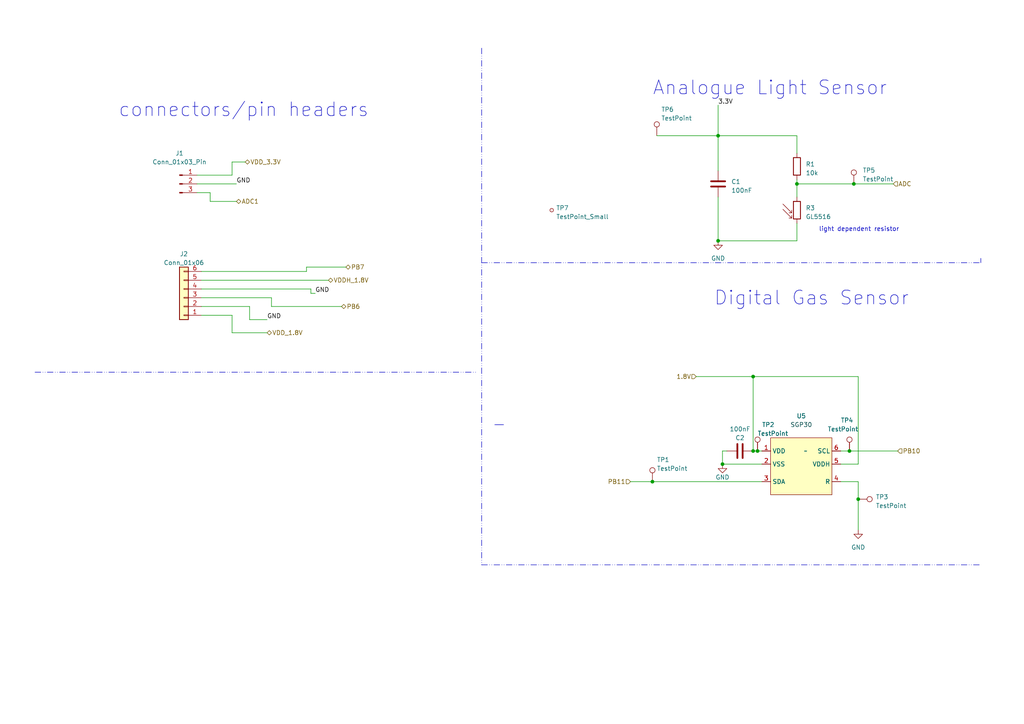
<source format=kicad_sch>
(kicad_sch (version 20230121) (generator eeschema)

  (uuid 93c14fc1-4b0d-432b-b04b-03d03ff35641)

  (paper "A4")

  (title_block
    (title "Mr Sarel Mehlape")
    (date "2023-03-13")
    (rev "05")
    (company "EEE3088F")
    (comment 1 "UNIVERSITY OF CAPE TOWN")
  )

  (lib_symbols
    (symbol "Connector:Conn_01x03_Pin" (pin_names (offset 1.016) hide) (in_bom yes) (on_board yes)
      (property "Reference" "J" (at 0 5.08 0)
        (effects (font (size 1.27 1.27)))
      )
      (property "Value" "Conn_01x03_Pin" (at 0 -5.08 0)
        (effects (font (size 1.27 1.27)))
      )
      (property "Footprint" "" (at 0 0 0)
        (effects (font (size 1.27 1.27)) hide)
      )
      (property "Datasheet" "~" (at 0 0 0)
        (effects (font (size 1.27 1.27)) hide)
      )
      (property "ki_locked" "" (at 0 0 0)
        (effects (font (size 1.27 1.27)))
      )
      (property "ki_keywords" "connector" (at 0 0 0)
        (effects (font (size 1.27 1.27)) hide)
      )
      (property "ki_description" "Generic connector, single row, 01x03, script generated" (at 0 0 0)
        (effects (font (size 1.27 1.27)) hide)
      )
      (property "ki_fp_filters" "Connector*:*_1x??_*" (at 0 0 0)
        (effects (font (size 1.27 1.27)) hide)
      )
      (symbol "Conn_01x03_Pin_1_1"
        (polyline
          (pts
            (xy 1.27 -2.54)
            (xy 0.8636 -2.54)
          )
          (stroke (width 0.1524) (type default))
          (fill (type none))
        )
        (polyline
          (pts
            (xy 1.27 0)
            (xy 0.8636 0)
          )
          (stroke (width 0.1524) (type default))
          (fill (type none))
        )
        (polyline
          (pts
            (xy 1.27 2.54)
            (xy 0.8636 2.54)
          )
          (stroke (width 0.1524) (type default))
          (fill (type none))
        )
        (rectangle (start 0.8636 -2.413) (end 0 -2.667)
          (stroke (width 0.1524) (type default))
          (fill (type outline))
        )
        (rectangle (start 0.8636 0.127) (end 0 -0.127)
          (stroke (width 0.1524) (type default))
          (fill (type outline))
        )
        (rectangle (start 0.8636 2.667) (end 0 2.413)
          (stroke (width 0.1524) (type default))
          (fill (type outline))
        )
        (pin passive line (at 5.08 2.54 180) (length 3.81)
          (name "Pin_1" (effects (font (size 1.27 1.27))))
          (number "1" (effects (font (size 1.27 1.27))))
        )
        (pin passive line (at 5.08 0 180) (length 3.81)
          (name "Pin_2" (effects (font (size 1.27 1.27))))
          (number "2" (effects (font (size 1.27 1.27))))
        )
        (pin passive line (at 5.08 -2.54 180) (length 3.81)
          (name "Pin_3" (effects (font (size 1.27 1.27))))
          (number "3" (effects (font (size 1.27 1.27))))
        )
      )
    )
    (symbol "Connector:TestPoint" (pin_numbers hide) (pin_names (offset 0.762) hide) (in_bom yes) (on_board yes)
      (property "Reference" "TP" (at 0 6.858 0)
        (effects (font (size 1.27 1.27)))
      )
      (property "Value" "TestPoint" (at 0 5.08 0)
        (effects (font (size 1.27 1.27)))
      )
      (property "Footprint" "" (at 5.08 0 0)
        (effects (font (size 1.27 1.27)) hide)
      )
      (property "Datasheet" "~" (at 5.08 0 0)
        (effects (font (size 1.27 1.27)) hide)
      )
      (property "ki_keywords" "test point tp" (at 0 0 0)
        (effects (font (size 1.27 1.27)) hide)
      )
      (property "ki_description" "test point" (at 0 0 0)
        (effects (font (size 1.27 1.27)) hide)
      )
      (property "ki_fp_filters" "Pin* Test*" (at 0 0 0)
        (effects (font (size 1.27 1.27)) hide)
      )
      (symbol "TestPoint_0_1"
        (circle (center 0 3.302) (radius 0.762)
          (stroke (width 0) (type default))
          (fill (type none))
        )
      )
      (symbol "TestPoint_1_1"
        (pin passive line (at 0 0 90) (length 2.54)
          (name "1" (effects (font (size 1.27 1.27))))
          (number "1" (effects (font (size 1.27 1.27))))
        )
      )
    )
    (symbol "Connector:TestPoint_Small" (pin_numbers hide) (pin_names (offset 0.762) hide) (in_bom yes) (on_board yes)
      (property "Reference" "TP" (at 0 3.81 0)
        (effects (font (size 1.27 1.27)))
      )
      (property "Value" "TestPoint_Small" (at 0 2.032 0)
        (effects (font (size 1.27 1.27)))
      )
      (property "Footprint" "" (at 5.08 0 0)
        (effects (font (size 1.27 1.27)) hide)
      )
      (property "Datasheet" "~" (at 5.08 0 0)
        (effects (font (size 1.27 1.27)) hide)
      )
      (property "ki_keywords" "test point tp" (at 0 0 0)
        (effects (font (size 1.27 1.27)) hide)
      )
      (property "ki_description" "test point" (at 0 0 0)
        (effects (font (size 1.27 1.27)) hide)
      )
      (property "ki_fp_filters" "Pin* Test*" (at 0 0 0)
        (effects (font (size 1.27 1.27)) hide)
      )
      (symbol "TestPoint_Small_0_1"
        (circle (center 0 0) (radius 0.508)
          (stroke (width 0) (type default))
          (fill (type none))
        )
      )
      (symbol "TestPoint_Small_1_1"
        (pin passive line (at 0 0 90) (length 0)
          (name "1" (effects (font (size 1.27 1.27))))
          (number "1" (effects (font (size 1.27 1.27))))
        )
      )
    )
    (symbol "Connector_Generic:Conn_01x06" (pin_names (offset 1.016) hide) (in_bom yes) (on_board yes)
      (property "Reference" "J" (at 0 7.62 0)
        (effects (font (size 1.27 1.27)))
      )
      (property "Value" "Conn_01x06" (at 0 -10.16 0)
        (effects (font (size 1.27 1.27)))
      )
      (property "Footprint" "" (at 0 0 0)
        (effects (font (size 1.27 1.27)) hide)
      )
      (property "Datasheet" "~" (at 0 0 0)
        (effects (font (size 1.27 1.27)) hide)
      )
      (property "ki_keywords" "connector" (at 0 0 0)
        (effects (font (size 1.27 1.27)) hide)
      )
      (property "ki_description" "Generic connector, single row, 01x06, script generated (kicad-library-utils/schlib/autogen/connector/)" (at 0 0 0)
        (effects (font (size 1.27 1.27)) hide)
      )
      (property "ki_fp_filters" "Connector*:*_1x??_*" (at 0 0 0)
        (effects (font (size 1.27 1.27)) hide)
      )
      (symbol "Conn_01x06_1_1"
        (rectangle (start -1.27 -7.493) (end 0 -7.747)
          (stroke (width 0.1524) (type default))
          (fill (type none))
        )
        (rectangle (start -1.27 -4.953) (end 0 -5.207)
          (stroke (width 0.1524) (type default))
          (fill (type none))
        )
        (rectangle (start -1.27 -2.413) (end 0 -2.667)
          (stroke (width 0.1524) (type default))
          (fill (type none))
        )
        (rectangle (start -1.27 0.127) (end 0 -0.127)
          (stroke (width 0.1524) (type default))
          (fill (type none))
        )
        (rectangle (start -1.27 2.667) (end 0 2.413)
          (stroke (width 0.1524) (type default))
          (fill (type none))
        )
        (rectangle (start -1.27 5.207) (end 0 4.953)
          (stroke (width 0.1524) (type default))
          (fill (type none))
        )
        (rectangle (start -1.27 6.35) (end 1.27 -8.89)
          (stroke (width 0.254) (type default))
          (fill (type background))
        )
        (pin passive line (at -5.08 5.08 0) (length 3.81)
          (name "Pin_1" (effects (font (size 1.27 1.27))))
          (number "1" (effects (font (size 1.27 1.27))))
        )
        (pin passive line (at -5.08 2.54 0) (length 3.81)
          (name "Pin_2" (effects (font (size 1.27 1.27))))
          (number "2" (effects (font (size 1.27 1.27))))
        )
        (pin passive line (at -5.08 0 0) (length 3.81)
          (name "Pin_3" (effects (font (size 1.27 1.27))))
          (number "3" (effects (font (size 1.27 1.27))))
        )
        (pin passive line (at -5.08 -2.54 0) (length 3.81)
          (name "Pin_4" (effects (font (size 1.27 1.27))))
          (number "4" (effects (font (size 1.27 1.27))))
        )
        (pin passive line (at -5.08 -5.08 0) (length 3.81)
          (name "Pin_5" (effects (font (size 1.27 1.27))))
          (number "5" (effects (font (size 1.27 1.27))))
        )
        (pin passive line (at -5.08 -7.62 0) (length 3.81)
          (name "Pin_6" (effects (font (size 1.27 1.27))))
          (number "6" (effects (font (size 1.27 1.27))))
        )
      )
    )
    (symbol "Device:C" (pin_numbers hide) (pin_names (offset 0.254)) (in_bom yes) (on_board yes)
      (property "Reference" "C" (at 0.635 2.54 0)
        (effects (font (size 1.27 1.27)) (justify left))
      )
      (property "Value" "C" (at 0.635 -2.54 0)
        (effects (font (size 1.27 1.27)) (justify left))
      )
      (property "Footprint" "" (at 0.9652 -3.81 0)
        (effects (font (size 1.27 1.27)) hide)
      )
      (property "Datasheet" "~" (at 0 0 0)
        (effects (font (size 1.27 1.27)) hide)
      )
      (property "ki_keywords" "cap capacitor" (at 0 0 0)
        (effects (font (size 1.27 1.27)) hide)
      )
      (property "ki_description" "Unpolarized capacitor" (at 0 0 0)
        (effects (font (size 1.27 1.27)) hide)
      )
      (property "ki_fp_filters" "C_*" (at 0 0 0)
        (effects (font (size 1.27 1.27)) hide)
      )
      (symbol "C_0_1"
        (polyline
          (pts
            (xy -2.032 -0.762)
            (xy 2.032 -0.762)
          )
          (stroke (width 0.508) (type default))
          (fill (type none))
        )
        (polyline
          (pts
            (xy -2.032 0.762)
            (xy 2.032 0.762)
          )
          (stroke (width 0.508) (type default))
          (fill (type none))
        )
      )
      (symbol "C_1_1"
        (pin passive line (at 0 3.81 270) (length 2.794)
          (name "~" (effects (font (size 1.27 1.27))))
          (number "1" (effects (font (size 1.27 1.27))))
        )
        (pin passive line (at 0 -3.81 90) (length 2.794)
          (name "~" (effects (font (size 1.27 1.27))))
          (number "2" (effects (font (size 1.27 1.27))))
        )
      )
    )
    (symbol "Device:R" (pin_numbers hide) (pin_names (offset 0)) (in_bom yes) (on_board yes)
      (property "Reference" "R" (at 2.032 0 90)
        (effects (font (size 1.27 1.27)))
      )
      (property "Value" "R" (at 0 0 90)
        (effects (font (size 1.27 1.27)))
      )
      (property "Footprint" "" (at -1.778 0 90)
        (effects (font (size 1.27 1.27)) hide)
      )
      (property "Datasheet" "~" (at 0 0 0)
        (effects (font (size 1.27 1.27)) hide)
      )
      (property "ki_keywords" "R res resistor" (at 0 0 0)
        (effects (font (size 1.27 1.27)) hide)
      )
      (property "ki_description" "Resistor" (at 0 0 0)
        (effects (font (size 1.27 1.27)) hide)
      )
      (property "ki_fp_filters" "R_*" (at 0 0 0)
        (effects (font (size 1.27 1.27)) hide)
      )
      (symbol "R_0_1"
        (rectangle (start -1.016 -2.54) (end 1.016 2.54)
          (stroke (width 0.254) (type default))
          (fill (type none))
        )
      )
      (symbol "R_1_1"
        (pin passive line (at 0 3.81 270) (length 1.27)
          (name "~" (effects (font (size 1.27 1.27))))
          (number "1" (effects (font (size 1.27 1.27))))
        )
        (pin passive line (at 0 -3.81 90) (length 1.27)
          (name "~" (effects (font (size 1.27 1.27))))
          (number "2" (effects (font (size 1.27 1.27))))
        )
      )
    )
    (symbol "Device:R_Photo" (pin_numbers hide) (pin_names (offset 0)) (in_bom yes) (on_board yes)
      (property "Reference" "R" (at 1.27 1.27 0)
        (effects (font (size 1.27 1.27)) (justify left))
      )
      (property "Value" "R_Photo" (at 1.27 0 0)
        (effects (font (size 1.27 1.27)) (justify left top))
      )
      (property "Footprint" "" (at 1.27 -6.35 90)
        (effects (font (size 1.27 1.27)) (justify left) hide)
      )
      (property "Datasheet" "~" (at 0 -1.27 0)
        (effects (font (size 1.27 1.27)) hide)
      )
      (property "ki_keywords" "resistor variable light sensitive opto LDR" (at 0 0 0)
        (effects (font (size 1.27 1.27)) hide)
      )
      (property "ki_description" "Photoresistor" (at 0 0 0)
        (effects (font (size 1.27 1.27)) hide)
      )
      (property "ki_fp_filters" "*LDR* R?LDR*" (at 0 0 0)
        (effects (font (size 1.27 1.27)) hide)
      )
      (symbol "R_Photo_0_1"
        (rectangle (start -1.016 2.54) (end 1.016 -2.54)
          (stroke (width 0.254) (type default))
          (fill (type none))
        )
        (polyline
          (pts
            (xy -1.524 -2.286)
            (xy -4.064 0.254)
          )
          (stroke (width 0) (type default))
          (fill (type none))
        )
        (polyline
          (pts
            (xy -1.524 -2.286)
            (xy -2.286 -2.286)
          )
          (stroke (width 0) (type default))
          (fill (type none))
        )
        (polyline
          (pts
            (xy -1.524 -2.286)
            (xy -1.524 -1.524)
          )
          (stroke (width 0) (type default))
          (fill (type none))
        )
        (polyline
          (pts
            (xy -1.524 -0.762)
            (xy -4.064 1.778)
          )
          (stroke (width 0) (type default))
          (fill (type none))
        )
        (polyline
          (pts
            (xy -1.524 -0.762)
            (xy -2.286 -0.762)
          )
          (stroke (width 0) (type default))
          (fill (type none))
        )
        (polyline
          (pts
            (xy -1.524 -0.762)
            (xy -1.524 0)
          )
          (stroke (width 0) (type default))
          (fill (type none))
        )
      )
      (symbol "R_Photo_1_1"
        (pin passive line (at 0 3.81 270) (length 1.27)
          (name "~" (effects (font (size 1.27 1.27))))
          (number "1" (effects (font (size 1.27 1.27))))
        )
        (pin passive line (at 0 -3.81 90) (length 1.27)
          (name "~" (effects (font (size 1.27 1.27))))
          (number "2" (effects (font (size 1.27 1.27))))
        )
      )
    )
    (symbol "SGP30_3" (in_bom yes) (on_board yes)
      (property "Reference" "U2" (at -1.27 5.08 0)
        (effects (font (size 1.27 1.27)))
      )
      (property "Value" "" (at 0 0 0)
        (effects (font (size 1.27 1.27)))
      )
      (property "Footprint" "" (at 0 0 0)
        (effects (font (size 1.27 1.27)) hide)
      )
      (property "Datasheet" "" (at 0 0 0)
        (effects (font (size 1.27 1.27)) hide)
      )
      (symbol "SGP30_3_0_1"
        (rectangle (start -10.16 3.81) (end 7.62 -12.7)
          (stroke (width 0) (type default))
          (fill (type background))
        )
        (text "SGP30" (at -1.27 7.62 0)
          (effects (font (size 1.27 1.27) (color 0 72 72 1)))
        )
      )
      (symbol "SGP30_3_1_1"
        (pin input line (at -12.7 0 0) (length 2.54)
          (name "VDD" (effects (font (size 1.27 1.27))))
          (number "1" (effects (font (size 1.27 1.27))))
        )
        (pin input line (at -12.7 -3.81 0) (length 2.54)
          (name "VSS" (effects (font (size 1.27 1.27))))
          (number "2" (effects (font (size 1.27 1.27))))
        )
        (pin output line (at -12.7 -8.89 0) (length 2.54)
          (name "SDA" (effects (font (size 1.27 1.27))))
          (number "3" (effects (font (size 1.27 1.27))))
        )
        (pin input line (at 10.16 -8.89 180) (length 2.54)
          (name "R" (effects (font (size 1.27 1.27))))
          (number "4" (effects (font (size 1.27 1.27))))
        )
        (pin input line (at 10.16 -3.81 180) (length 2.54)
          (name "VDDH" (effects (font (size 1.27 1.27))))
          (number "5" (effects (font (size 1.27 1.27))))
        )
        (pin output line (at 10.16 0 180) (length 2.54)
          (name "SCL" (effects (font (size 1.27 1.27))))
          (number "6" (effects (font (size 1.27 1.27))))
        )
      )
    )
    (symbol "power:GND" (power) (pin_names (offset 0)) (in_bom yes) (on_board yes)
      (property "Reference" "#PWR" (at 0 -6.35 0)
        (effects (font (size 1.27 1.27)) hide)
      )
      (property "Value" "GND" (at 0 -3.81 0)
        (effects (font (size 1.27 1.27)))
      )
      (property "Footprint" "" (at 0 0 0)
        (effects (font (size 1.27 1.27)) hide)
      )
      (property "Datasheet" "" (at 0 0 0)
        (effects (font (size 1.27 1.27)) hide)
      )
      (property "ki_keywords" "global power" (at 0 0 0)
        (effects (font (size 1.27 1.27)) hide)
      )
      (property "ki_description" "Power symbol creates a global label with name \"GND\" , ground" (at 0 0 0)
        (effects (font (size 1.27 1.27)) hide)
      )
      (symbol "GND_0_1"
        (polyline
          (pts
            (xy 0 0)
            (xy 0 -1.27)
            (xy 1.27 -1.27)
            (xy 0 -2.54)
            (xy -1.27 -1.27)
            (xy 0 -1.27)
          )
          (stroke (width 0) (type default))
          (fill (type none))
        )
      )
      (symbol "GND_1_1"
        (pin power_in line (at 0 0 270) (length 0) hide
          (name "GND" (effects (font (size 1.27 1.27))))
          (number "1" (effects (font (size 1.27 1.27))))
        )
      )
    )
  )

  (junction (at 189.23 139.7) (diameter 0) (color 0 0 0 0)
    (uuid 0693a451-54ca-48cc-a327-d86d8e2e00ea)
  )
  (junction (at 219.71 130.81) (diameter 0) (color 0 0 0 0)
    (uuid 0c91df27-ea1d-4291-8922-54a6ff95721e)
  )
  (junction (at 209.55 134.62) (diameter 0) (color 0 0 0 0)
    (uuid 59849c9a-9072-406e-9b80-3edda29e4751)
  )
  (junction (at 231.14 53.34) (diameter 0) (color 0 0 0 0)
    (uuid 8197cebc-af34-43d4-9160-36a161d39680)
  )
  (junction (at 247.65 53.34) (diameter 0) (color 0 0 0 0)
    (uuid 894b7975-dcb4-4666-9a05-78080c4d2511)
  )
  (junction (at 208.28 69.85) (diameter 0) (color 0 0 0 0)
    (uuid b5405ed8-69fd-4d3c-ab8e-533779c08c18)
  )
  (junction (at 218.44 130.81) (diameter 0) (color 0 0 0 0)
    (uuid bbdabfcd-f603-424d-8cc5-203c2c10a537)
  )
  (junction (at 248.92 144.78) (diameter 0) (color 0 0 0 0)
    (uuid beb642f6-795c-4ef4-8ace-ddcf787d8be8)
  )
  (junction (at 218.44 109.22) (diameter 0) (color 0 0 0 0)
    (uuid c991fa2a-b5d0-48eb-b293-4702aa3f83ea)
  )
  (junction (at 208.28 39.37) (diameter 0) (color 0 0 0 0)
    (uuid d1f9c356-5781-4a24-a1ff-e7c1a4469766)
  )
  (junction (at 246.38 130.81) (diameter 0) (color 0 0 0 0)
    (uuid ed9cf2d8-84cf-4a34-b4e0-aa5e515c75b1)
  )

  (wire (pts (xy 58.42 91.44) (xy 67.31 91.44))
    (stroke (width 0) (type default))
    (uuid 083c1c46-0cbe-494d-bd6a-e9879e94a082)
  )
  (wire (pts (xy 218.44 109.22) (xy 248.92 109.22))
    (stroke (width 0) (type default))
    (uuid 0f95d256-dd99-408e-9997-72a266712ac3)
  )
  (wire (pts (xy 72.39 92.71) (xy 77.47 92.71))
    (stroke (width 0) (type default))
    (uuid 117c3f0c-8162-4483-8cb3-89044fd0e0a3)
  )
  (wire (pts (xy 189.23 139.7) (xy 220.98 139.7))
    (stroke (width 0) (type default))
    (uuid 1299212a-b438-4333-8c13-05457de3dffc)
  )
  (wire (pts (xy 90.17 85.09) (xy 90.17 83.82))
    (stroke (width 0) (type default))
    (uuid 15d16f87-5b12-4380-abf3-25d2369a397a)
  )
  (wire (pts (xy 60.96 55.88) (xy 60.96 58.42))
    (stroke (width 0) (type default))
    (uuid 1ab9491b-d0c6-4189-a5a1-c66aad089de2)
  )
  (wire (pts (xy 90.17 85.09) (xy 91.44 85.09))
    (stroke (width 0) (type default))
    (uuid 1ef7278d-a1cb-41e6-a95c-43af539e436a)
  )
  (wire (pts (xy 209.55 130.81) (xy 209.55 134.62))
    (stroke (width 0) (type default))
    (uuid 20640ae8-a5be-4a2e-b623-600e7ed69e04)
  )
  (wire (pts (xy 190.5 39.37) (xy 208.28 39.37))
    (stroke (width 0) (type default))
    (uuid 208eb493-e748-49f5-92ca-06a9c761afcc)
  )
  (wire (pts (xy 243.84 139.7) (xy 248.92 139.7))
    (stroke (width 0) (type default))
    (uuid 301efa1b-1dca-4740-9bf7-55d17ceb8ca6)
  )
  (polyline (pts (xy 139.7 163.83) (xy 284.48 163.83))
    (stroke (width 0) (type dash_dot_dot))
    (uuid 3a79585b-b0ed-4db9-ab8d-967024081593)
  )

  (wire (pts (xy 182.88 139.7) (xy 189.23 139.7))
    (stroke (width 0) (type default))
    (uuid 40cde892-11e8-4d6b-bb00-899fa3e17927)
  )
  (wire (pts (xy 208.28 39.37) (xy 208.28 49.53))
    (stroke (width 0) (type default))
    (uuid 41a076a5-bf18-4927-bd72-377710e2717c)
  )
  (wire (pts (xy 248.92 134.62) (xy 243.84 134.62))
    (stroke (width 0) (type default))
    (uuid 437852e2-2e61-4360-a53e-5a1627352a68)
  )
  (wire (pts (xy 78.74 88.9) (xy 78.74 86.36))
    (stroke (width 0) (type default))
    (uuid 448a1154-f460-4f4d-bd1b-5b7f90a1db39)
  )
  (wire (pts (xy 58.42 78.74) (xy 88.9 78.74))
    (stroke (width 0) (type default))
    (uuid 48b5f770-947a-4851-810e-e101303a3d5a)
  )
  (wire (pts (xy 67.31 96.52) (xy 77.47 96.52))
    (stroke (width 0) (type default))
    (uuid 4e846ca2-a3f7-460b-ae7f-efba0bba586d)
  )
  (wire (pts (xy 231.14 69.85) (xy 208.28 69.85))
    (stroke (width 0) (type default))
    (uuid 5a5cb952-90b3-4538-9c44-29ab6763e28b)
  )
  (wire (pts (xy 231.14 52.07) (xy 231.14 53.34))
    (stroke (width 0) (type default))
    (uuid 61a7da80-b4ae-4a46-beb3-726b00c18f91)
  )
  (wire (pts (xy 209.55 134.62) (xy 220.98 134.62))
    (stroke (width 0) (type default))
    (uuid 623ae35b-2a7f-484a-a2e0-b55becc4a93b)
  )
  (wire (pts (xy 248.92 144.78) (xy 248.92 139.7))
    (stroke (width 0) (type default))
    (uuid 675c3532-bad5-4832-a174-0762e8052538)
  )
  (wire (pts (xy 208.28 30.48) (xy 208.28 39.37))
    (stroke (width 0) (type default))
    (uuid 6918df08-89f1-481e-b054-438025295780)
  )
  (wire (pts (xy 67.31 50.8) (xy 57.15 50.8))
    (stroke (width 0) (type default))
    (uuid 69a445d1-f0c5-40ee-88bc-f8536f5ce8e5)
  )
  (wire (pts (xy 58.42 86.36) (xy 78.74 86.36))
    (stroke (width 0) (type default))
    (uuid 72f37b39-5025-42d4-867b-809073ad0ad4)
  )
  (wire (pts (xy 57.15 55.88) (xy 60.96 55.88))
    (stroke (width 0) (type default))
    (uuid 7864efe6-2c73-4281-8e5f-00c4476d9a46)
  )
  (wire (pts (xy 218.44 109.22) (xy 218.44 130.81))
    (stroke (width 0) (type default))
    (uuid 826ce5f5-ba86-4e71-a972-eedda6c0a079)
  )
  (wire (pts (xy 88.9 77.47) (xy 88.9 78.74))
    (stroke (width 0) (type default))
    (uuid 830e0087-1946-474a-b637-348309e67548)
  )
  (polyline (pts (xy 284.48 74.93) (xy 284.48 76.2))
    (stroke (width 0) (type default))
    (uuid 83727331-3743-4603-9185-21d81bea7b10)
  )

  (wire (pts (xy 248.92 134.62) (xy 248.92 109.22))
    (stroke (width 0) (type default))
    (uuid 85736d48-df84-4bfb-aaf1-d46c26724833)
  )
  (polyline (pts (xy 143.51 123.19) (xy 146.05 123.19))
    (stroke (width 0) (type default))
    (uuid 86d01d8d-37af-4597-9987-747cfe283f2e)
  )

  (wire (pts (xy 72.39 88.9) (xy 72.39 92.71))
    (stroke (width 0) (type default))
    (uuid 87e4440c-c9b4-46a1-a0c8-5445cf334fda)
  )
  (wire (pts (xy 88.9 77.47) (xy 100.33 77.47))
    (stroke (width 0) (type default))
    (uuid 8dd49a65-30dc-4f18-a07e-4ef3d877ef89)
  )
  (polyline (pts (xy 139.7 76.2) (xy 284.48 76.2))
    (stroke (width 0) (type dash_dot_dot))
    (uuid 90512752-3c99-4d32-b288-e2a76bbea101)
  )

  (wire (pts (xy 243.84 130.81) (xy 246.38 130.81))
    (stroke (width 0) (type default))
    (uuid 9416ff9d-90f6-46cb-88fc-5b30950fa512)
  )
  (wire (pts (xy 231.14 53.34) (xy 247.65 53.34))
    (stroke (width 0) (type default))
    (uuid 97cd84e6-eee7-4dc2-9254-e84020c2c834)
  )
  (wire (pts (xy 67.31 91.44) (xy 67.31 96.52))
    (stroke (width 0) (type default))
    (uuid a93c5959-5c4d-4ac5-87bb-c7a329727f17)
  )
  (polyline (pts (xy 10.16 107.95) (xy 138.43 107.95))
    (stroke (width 0) (type dash_dot_dot))
    (uuid aff128bd-3ec4-44d4-90e6-28cdd41f83bb)
  )

  (wire (pts (xy 58.42 88.9) (xy 72.39 88.9))
    (stroke (width 0) (type default))
    (uuid b6b040f5-d1f2-4611-80ad-5a3406fd92bf)
  )
  (wire (pts (xy 231.14 53.34) (xy 231.14 57.15))
    (stroke (width 0) (type default))
    (uuid bdb69f9a-d115-45fe-8187-c80ca242168a)
  )
  (wire (pts (xy 67.31 46.99) (xy 67.31 50.8))
    (stroke (width 0) (type default))
    (uuid bed6adfd-ce0b-4821-8161-7d9a8e39ff9e)
  )
  (wire (pts (xy 60.96 58.42) (xy 68.58 58.42))
    (stroke (width 0) (type default))
    (uuid c050e772-1b24-44b5-b5e9-628c6727ee0d)
  )
  (wire (pts (xy 231.14 39.37) (xy 231.14 44.45))
    (stroke (width 0) (type default))
    (uuid c80689d5-2c57-4c0e-955b-8923ba6d993e)
  )
  (wire (pts (xy 219.71 130.81) (xy 220.98 130.81))
    (stroke (width 0) (type default))
    (uuid c9e68da4-9c84-46e6-9db7-66fc10732a3f)
  )
  (wire (pts (xy 209.55 130.81) (xy 210.82 130.81))
    (stroke (width 0) (type default))
    (uuid ccd21831-2913-4e10-a4dd-fdd3fffc6987)
  )
  (polyline (pts (xy 139.7 13.97) (xy 139.7 163.83))
    (stroke (width 0) (type dash_dot_dot))
    (uuid ccffd8c7-54ee-44c3-895b-fe90b6fe5145)
  )

  (wire (pts (xy 248.92 153.67) (xy 248.92 144.78))
    (stroke (width 0) (type default))
    (uuid d669cd1e-7587-4b4b-9705-3f33bcce33a7)
  )
  (wire (pts (xy 208.28 57.15) (xy 208.28 69.85))
    (stroke (width 0) (type default))
    (uuid d80cb7c0-a8ab-4a4a-b6ff-a468a63569d9)
  )
  (wire (pts (xy 208.28 39.37) (xy 231.14 39.37))
    (stroke (width 0) (type default))
    (uuid de634848-ca4d-4ee7-a15a-be9ee2ad3905)
  )
  (wire (pts (xy 58.42 81.28) (xy 95.25 81.28))
    (stroke (width 0) (type default))
    (uuid e58dc893-1350-422d-9ced-5032a7ce3ad2)
  )
  (wire (pts (xy 90.17 83.82) (xy 58.42 83.82))
    (stroke (width 0) (type default))
    (uuid e6a3ae2f-6a03-4531-a02a-8144a44e4965)
  )
  (wire (pts (xy 201.93 109.22) (xy 218.44 109.22))
    (stroke (width 0) (type default))
    (uuid e73a88e8-accd-4daa-8cfe-a08baf8a05ae)
  )
  (wire (pts (xy 218.44 130.81) (xy 219.71 130.81))
    (stroke (width 0) (type default))
    (uuid ee72c2f9-a6ed-4fca-9b82-32c76f10013f)
  )
  (wire (pts (xy 231.14 64.77) (xy 231.14 69.85))
    (stroke (width 0) (type default))
    (uuid f2a1ed6a-9478-4725-9542-ae2936fe0363)
  )
  (wire (pts (xy 246.38 130.81) (xy 260.35 130.81))
    (stroke (width 0) (type default))
    (uuid f3b06ac3-8394-4b8a-8612-f56017750957)
  )
  (wire (pts (xy 78.74 88.9) (xy 99.06 88.9))
    (stroke (width 0) (type default))
    (uuid f3cbd535-80db-4a22-8e87-b65c216de77d)
  )
  (wire (pts (xy 57.15 53.34) (xy 68.58 53.34))
    (stroke (width 0) (type default))
    (uuid f55e29c1-10da-4b1a-91e7-f7481fca4680)
  )
  (wire (pts (xy 67.31 46.99) (xy 71.12 46.99))
    (stroke (width 0) (type default))
    (uuid f6c988b2-c729-42ff-be17-77c7b629fbca)
  )
  (wire (pts (xy 247.65 53.34) (xy 259.08 53.34))
    (stroke (width 0) (type default))
    (uuid f71b19c8-4afe-47fc-a384-af9bc94118a8)
  )

  (text "Analogue Light Sensor" (at 189.23 27.94 0)
    (effects (font (size 4 4)) (justify left bottom))
    (uuid 0c1d4bc7-ae50-46ee-814e-99efd8a36094)
  )
  (text "connectors/pin headers" (at 34.29 34.29 0)
    (effects (font (size 4 4)) (justify left bottom))
    (uuid 79f5b572-22a7-40f1-8cd2-b45c8f184e26)
  )
  (text "Digital Gas Sensor" (at 207.01 88.9 0)
    (effects (font (size 4 4)) (justify left bottom))
    (uuid bc07b759-ce2e-4959-9566-909734f3b6a0)
  )
  (text "light dependent resistor" (at 237.49 67.31 0)
    (effects (font (size 1.27 1.27)) (justify left bottom))
    (uuid c4e24fcd-f911-430e-bc61-d93a99326aa7)
  )

  (label "GND" (at 91.44 85.09 0) (fields_autoplaced)
    (effects (font (size 1.27 1.27)) (justify left bottom))
    (uuid 087f62a8-a939-43cb-ae57-9885b38c730f)
  )
  (label "GND" (at 68.58 53.34 0) (fields_autoplaced)
    (effects (font (size 1.27 1.27)) (justify left bottom))
    (uuid 0f0fb019-b7b8-47ad-bbdc-14838e9d8cbc)
  )
  (label "GND" (at 77.47 92.71 0) (fields_autoplaced)
    (effects (font (size 1.27 1.27)) (justify left bottom))
    (uuid 77857f58-64a2-40d5-b207-3bcb7e0b1f7b)
  )
  (label "3.3V" (at 208.28 30.48 0) (fields_autoplaced)
    (effects (font (size 1.27 1.27)) (justify left bottom))
    (uuid 7dfa683b-4026-4d0e-94e1-0305b260143a)
  )

  (hierarchical_label "PB11" (shape input) (at 182.88 139.7 180) (fields_autoplaced)
    (effects (font (size 1.27 1.27)) (justify right))
    (uuid 0405fa3b-94e3-4ed6-bae7-1bf959891eb7)
  )
  (hierarchical_label "1.8V" (shape input) (at 201.93 109.22 180) (fields_autoplaced)
    (effects (font (size 1.27 1.27)) (justify right))
    (uuid 09a98ad4-6b65-4e38-a086-29fa0fcdb633)
  )
  (hierarchical_label "VDDH_1.8V" (shape bidirectional) (at 95.25 81.28 0) (fields_autoplaced)
    (effects (font (size 1.27 1.27)) (justify left))
    (uuid 10577c7d-115b-4cf6-975f-7ca639a36d24)
  )
  (hierarchical_label "ADC" (shape input) (at 259.08 53.34 0) (fields_autoplaced)
    (effects (font (size 1.27 1.27)) (justify left))
    (uuid 555544bf-ee02-4ae8-b287-8f3e713f8229)
  )
  (hierarchical_label "VDD_1.8V" (shape bidirectional) (at 77.47 96.52 0) (fields_autoplaced)
    (effects (font (size 1.27 1.27)) (justify left))
    (uuid 78f5e5c4-2b3f-4d27-816a-8ebdca3710cc)
  )
  (hierarchical_label "PB6" (shape bidirectional) (at 99.06 88.9 0) (fields_autoplaced)
    (effects (font (size 1.27 1.27)) (justify left))
    (uuid 80f30595-8763-42ce-b9f1-52cb044791b0)
  )
  (hierarchical_label "PB10" (shape input) (at 260.35 130.81 0) (fields_autoplaced)
    (effects (font (size 1.27 1.27)) (justify left))
    (uuid 8e635c51-63a1-4c8d-9ff6-124be3b0e65b)
  )
  (hierarchical_label "ADC1" (shape bidirectional) (at 68.58 58.42 0) (fields_autoplaced)
    (effects (font (size 1.27 1.27)) (justify left))
    (uuid a3d1e032-82e0-4d22-a170-71cd4694dd35)
  )
  (hierarchical_label "PB7" (shape bidirectional) (at 100.33 77.47 0) (fields_autoplaced)
    (effects (font (size 1.27 1.27)) (justify left))
    (uuid b5d99359-5f7b-450c-96b2-bfe217b9c876)
  )
  (hierarchical_label "VDD_3.3V" (shape bidirectional) (at 71.12 46.99 0) (fields_autoplaced)
    (effects (font (size 1.27 1.27)) (justify left))
    (uuid c974550c-3749-4b24-b3a4-7282f0a059fa)
  )

  (symbol (lib_id "Device:R") (at 231.14 48.26 0) (unit 1)
    (in_bom yes) (on_board yes) (dnp no) (fields_autoplaced)
    (uuid 0d02becc-9241-423b-905f-649566396fe4)
    (property "Reference" "R1" (at 233.68 47.625 0)
      (effects (font (size 1.27 1.27)) (justify left))
    )
    (property "Value" "10k" (at 233.68 50.165 0)
      (effects (font (size 1.27 1.27)) (justify left))
    )
    (property "Footprint" "" (at 229.362 48.26 90)
      (effects (font (size 1.27 1.27)) hide)
    )
    (property "Datasheet" "~" (at 231.14 48.26 0)
      (effects (font (size 1.27 1.27)) hide)
    )
    (property "JLCPCB Part Number" "C172967" (at 231.14 48.26 0)
      (effects (font (size 1.27 1.27)) hide)
    )
    (property "Price" "$0.0167" (at 231.14 48.26 0)
      (effects (font (size 1.27 1.27)) hide)
    )
    (pin "1" (uuid f04c5c71-7748-4e7d-9f61-33c799432e7d))
    (pin "2" (uuid abeed26c-b63b-4b94-95d4-35f94eacca04))
    (instances
      (project "Sensor submodule"
        (path "/93c14fc1-4b0d-432b-b04b-03d03ff35641"
          (reference "R1") (unit 1)
        )
      )
    )
  )

  (symbol (lib_id "Connector:TestPoint") (at 189.23 139.7 0) (unit 1)
    (in_bom yes) (on_board yes) (dnp no)
    (uuid 0dc4c025-4d5c-4403-a689-deb7c6df6340)
    (property "Reference" "TP1" (at 190.5 133.35 0)
      (effects (font (size 1.27 1.27)) (justify left))
    )
    (property "Value" "TestPoint" (at 190.5 135.89 0)
      (effects (font (size 1.27 1.27)) (justify left))
    )
    (property "Footprint" "" (at 194.31 139.7 0)
      (effects (font (size 1.27 1.27)) hide)
    )
    (property "Datasheet" "~" (at 194.31 139.7 0)
      (effects (font (size 1.27 1.27)) hide)
    )
    (property "JLCPCB Part Number" "" (at 189.23 139.7 0)
      (effects (font (size 1.27 1.27)) hide)
    )
    (property "Price" "" (at 189.23 139.7 0)
      (effects (font (size 1.27 1.27)) hide)
    )
    (pin "1" (uuid c11fb8fa-db16-479d-a2e4-0521f54f50f6))
    (instances
      (project "Sensor submodule"
        (path "/93c14fc1-4b0d-432b-b04b-03d03ff35641"
          (reference "TP1") (unit 1)
        )
      )
    )
  )

  (symbol (lib_id "Connector:TestPoint") (at 190.5 39.37 0) (unit 1)
    (in_bom yes) (on_board yes) (dnp no)
    (uuid 17852410-5f15-42ce-97a7-70ff3d85f5ea)
    (property "Reference" "TP6" (at 191.77 31.75 0)
      (effects (font (size 1.27 1.27)) (justify left))
    )
    (property "Value" "TestPoint" (at 191.77 34.29 0)
      (effects (font (size 1.27 1.27)) (justify left))
    )
    (property "Footprint" "" (at 195.58 39.37 0)
      (effects (font (size 1.27 1.27)) hide)
    )
    (property "Datasheet" "~" (at 195.58 39.37 0)
      (effects (font (size 1.27 1.27)) hide)
    )
    (property "JLCPCB Part Number" "" (at 190.5 39.37 0)
      (effects (font (size 1.27 1.27)) hide)
    )
    (property "Price" "" (at 190.5 39.37 0)
      (effects (font (size 1.27 1.27)) hide)
    )
    (pin "1" (uuid 4c775c8a-e095-4c15-bb90-8fcbc0e26398))
    (instances
      (project "Sensor submodule"
        (path "/93c14fc1-4b0d-432b-b04b-03d03ff35641"
          (reference "TP6") (unit 1)
        )
      )
    )
  )

  (symbol (lib_id "Connector:TestPoint") (at 248.92 144.78 270) (unit 1)
    (in_bom yes) (on_board yes) (dnp no) (fields_autoplaced)
    (uuid 2020e519-cf96-484f-9364-d4fd3b10ef11)
    (property "Reference" "TP3" (at 254 144.145 90)
      (effects (font (size 1.27 1.27)) (justify left))
    )
    (property "Value" "TestPoint" (at 254 146.685 90)
      (effects (font (size 1.27 1.27)) (justify left))
    )
    (property "Footprint" "" (at 248.92 149.86 0)
      (effects (font (size 1.27 1.27)) hide)
    )
    (property "Datasheet" "~" (at 248.92 149.86 0)
      (effects (font (size 1.27 1.27)) hide)
    )
    (property "JLCPCB Part Number" "" (at 248.92 144.78 0)
      (effects (font (size 1.27 1.27)) hide)
    )
    (property "Price" "" (at 248.92 144.78 0)
      (effects (font (size 1.27 1.27)) hide)
    )
    (pin "1" (uuid b52ccf4c-20a6-4c13-b32a-d6eca9449033))
    (instances
      (project "Sensor submodule"
        (path "/93c14fc1-4b0d-432b-b04b-03d03ff35641"
          (reference "TP3") (unit 1)
        )
      )
    )
  )

  (symbol (lib_id "Connector:Conn_01x03_Pin") (at 52.07 53.34 0) (unit 1)
    (in_bom yes) (on_board yes) (dnp no)
    (uuid 214a6c73-e41f-4f8b-b01e-8309bc25e02a)
    (property "Reference" "J1" (at 52.07 44.45 0)
      (effects (font (size 1.27 1.27)))
    )
    (property "Value" "Conn_01x03_Pin" (at 52.07 46.99 0)
      (effects (font (size 1.27 1.27)))
    )
    (property "Footprint" "" (at 52.07 53.34 0)
      (effects (font (size 1.27 1.27)) hide)
    )
    (property "Datasheet" "~" (at 52.07 53.34 0)
      (effects (font (size 1.27 1.27)) hide)
    )
    (property "JLCPCB Part Number" "" (at 52.07 53.34 0)
      (effects (font (size 1.27 1.27)) hide)
    )
    (property "Price" "" (at 52.07 53.34 0)
      (effects (font (size 1.27 1.27)) hide)
    )
    (pin "1" (uuid ea75fe56-e791-45bc-aec8-1371b31b6d2d))
    (pin "2" (uuid 6f7da5ef-0ec0-478e-8e83-6309a5d5c7e1))
    (pin "3" (uuid a2e0297e-b09f-423f-8c99-c332f8a8c25a))
    (instances
      (project "Sensor submodule"
        (path "/93c14fc1-4b0d-432b-b04b-03d03ff35641"
          (reference "J1") (unit 1)
        )
      )
    )
  )

  (symbol (lib_id "power:GND") (at 209.55 134.62 0) (unit 1)
    (in_bom yes) (on_board yes) (dnp no)
    (uuid 2d479fc9-d18b-4bcb-ba47-fb7522fe323a)
    (property "Reference" "#PWR07" (at 209.55 140.97 0)
      (effects (font (size 1.27 1.27)) hide)
    )
    (property "Value" "GND" (at 209.55 138.43 0)
      (effects (font (size 1.27 1.27)))
    )
    (property "Footprint" "" (at 209.55 134.62 0)
      (effects (font (size 1.27 1.27)) hide)
    )
    (property "Datasheet" "" (at 209.55 134.62 0)
      (effects (font (size 1.27 1.27)) hide)
    )
    (pin "1" (uuid 0334cf39-69ef-4660-83c3-51d74331da82))
    (instances
      (project "Sensor submodule"
        (path "/93c14fc1-4b0d-432b-b04b-03d03ff35641"
          (reference "#PWR07") (unit 1)
        )
      )
      (project "SSGP30"
        (path "/cc69f2a6-62da-48f4-ba31-301bc98c3a5e"
          (reference "#PWR05") (unit 1)
        )
      )
    )
  )

  (symbol (lib_id "Device:R_Photo") (at 231.14 60.96 0) (unit 1)
    (in_bom yes) (on_board yes) (dnp no) (fields_autoplaced)
    (uuid 50cc1b97-d8ea-4ea5-95f0-8298cf4e935a)
    (property "Reference" "R3" (at 233.68 60.325 0)
      (effects (font (size 1.27 1.27)) (justify left))
    )
    (property "Value" "GL5516" (at 233.68 62.865 0)
      (effects (font (size 1.27 1.27)) (justify left))
    )
    (property "Footprint" "" (at 232.41 67.31 90)
      (effects (font (size 1.27 1.27)) (justify left) hide)
    )
    (property "Datasheet" "~" (at 231.14 62.23 0)
      (effects (font (size 1.27 1.27)) hide)
    )
    (pin "1" (uuid 5c3a52f5-33f3-4f15-8e97-9654217f639f))
    (pin "2" (uuid ce2c778c-60cb-4896-a860-8dde978b2c3a))
    (instances
      (project "Sensor submodule"
        (path "/93c14fc1-4b0d-432b-b04b-03d03ff35641"
          (reference "R3") (unit 1)
        )
      )
    )
  )

  (symbol (lib_id "power:GND") (at 248.92 153.67 0) (unit 1)
    (in_bom yes) (on_board yes) (dnp no) (fields_autoplaced)
    (uuid 57c548f3-55e9-4e1a-8480-1c5de53285c4)
    (property "Reference" "#PWR06" (at 248.92 160.02 0)
      (effects (font (size 1.27 1.27)) hide)
    )
    (property "Value" "GND" (at 248.92 158.75 0)
      (effects (font (size 1.27 1.27)))
    )
    (property "Footprint" "" (at 248.92 153.67 0)
      (effects (font (size 1.27 1.27)) hide)
    )
    (property "Datasheet" "" (at 248.92 153.67 0)
      (effects (font (size 1.27 1.27)) hide)
    )
    (pin "1" (uuid 50100d93-c46a-41df-af49-00aa5d6bf4ac))
    (instances
      (project "Sensor submodule"
        (path "/93c14fc1-4b0d-432b-b04b-03d03ff35641"
          (reference "#PWR06") (unit 1)
        )
      )
      (project "SSGP30"
        (path "/cc69f2a6-62da-48f4-ba31-301bc98c3a5e"
          (reference "#PWR04") (unit 1)
        )
      )
    )
  )

  (symbol (lib_id "Connector:TestPoint") (at 219.71 130.81 0) (unit 1)
    (in_bom yes) (on_board yes) (dnp no)
    (uuid 7fcb0a63-2893-4a9e-84e4-b7b05a9dc4d3)
    (property "Reference" "TP2" (at 220.98 123.19 0)
      (effects (font (size 1.27 1.27)) (justify left))
    )
    (property "Value" "TestPoint" (at 219.71 125.73 0)
      (effects (font (size 1.27 1.27)) (justify left))
    )
    (property "Footprint" "" (at 224.79 130.81 0)
      (effects (font (size 1.27 1.27)) hide)
    )
    (property "Datasheet" "~" (at 224.79 130.81 0)
      (effects (font (size 1.27 1.27)) hide)
    )
    (property "JLCPCB Part Number" "" (at 219.71 130.81 0)
      (effects (font (size 1.27 1.27)) hide)
    )
    (property "Price" "" (at 219.71 130.81 0)
      (effects (font (size 1.27 1.27)) hide)
    )
    (pin "1" (uuid 7a88eabe-1ea2-40ee-b734-56e24716104f))
    (instances
      (project "Sensor submodule"
        (path "/93c14fc1-4b0d-432b-b04b-03d03ff35641"
          (reference "TP2") (unit 1)
        )
      )
    )
  )

  (symbol (lib_id "Connector_Generic:Conn_01x06") (at 53.34 86.36 180) (unit 1)
    (in_bom yes) (on_board yes) (dnp no) (fields_autoplaced)
    (uuid 824ee757-fd4c-44df-b2f5-b529ad163cf0)
    (property "Reference" "J2" (at 53.34 73.66 0)
      (effects (font (size 1.27 1.27)))
    )
    (property "Value" "Conn_01x06" (at 53.34 76.2 0)
      (effects (font (size 1.27 1.27)))
    )
    (property "Footprint" "" (at 53.34 86.36 0)
      (effects (font (size 1.27 1.27)) hide)
    )
    (property "Datasheet" "~" (at 53.34 86.36 0)
      (effects (font (size 1.27 1.27)) hide)
    )
    (property "JLCPCB Part Number" "" (at 53.34 86.36 0)
      (effects (font (size 1.27 1.27)) hide)
    )
    (property "Price" "" (at 53.34 86.36 0)
      (effects (font (size 1.27 1.27)) hide)
    )
    (pin "1" (uuid 707a6321-5449-4f75-bc47-d217ac4853d9))
    (pin "2" (uuid 66a68ade-1aab-4b31-bcf6-a2b2b8c7dba2))
    (pin "3" (uuid c7fec749-75e4-4fa5-8b94-d3497fd23901))
    (pin "4" (uuid 20ed36de-132d-46db-91cf-71300465db12))
    (pin "5" (uuid 04b3f26e-be41-4586-a118-1ff64c397e07))
    (pin "6" (uuid fd9a9649-a9ae-42a2-9aca-f7fdaf19a37b))
    (instances
      (project "Sensor submodule"
        (path "/93c14fc1-4b0d-432b-b04b-03d03ff35641"
          (reference "J2") (unit 1)
        )
      )
    )
  )

  (symbol (lib_id "Device:C") (at 208.28 53.34 0) (unit 1)
    (in_bom yes) (on_board yes) (dnp no) (fields_autoplaced)
    (uuid 82797a33-6db5-475d-adc7-30eedc28f176)
    (property "Reference" "C1" (at 212.09 52.705 0)
      (effects (font (size 1.27 1.27)) (justify left))
    )
    (property "Value" "100nF" (at 212.09 55.245 0)
      (effects (font (size 1.27 1.27)) (justify left))
    )
    (property "Footprint" "" (at 209.2452 57.15 0)
      (effects (font (size 1.27 1.27)) hide)
    )
    (property "Datasheet" "~" (at 208.28 53.34 0)
      (effects (font (size 1.27 1.27)) hide)
    )
    (property "JLCPCB Part Number" "C361203" (at 208.28 53.34 0)
      (effects (font (size 1.27 1.27)) hide)
    )
    (property "Price" "0.0362" (at 208.28 53.34 0)
      (effects (font (size 1.27 1.27)) hide)
    )
    (pin "1" (uuid 76e8f0e1-584e-499e-9864-c3cc19de262c))
    (pin "2" (uuid a1444356-87e9-464c-bfe0-ee1b417093bc))
    (instances
      (project "Sensor submodule"
        (path "/93c14fc1-4b0d-432b-b04b-03d03ff35641"
          (reference "C1") (unit 1)
        )
      )
    )
  )

  (symbol (lib_name "SGP30_3") (lib_id "SGP30:SGP30") (at 233.68 130.81 0) (unit 1)
    (in_bom yes) (on_board yes) (dnp no) (fields_autoplaced)
    (uuid 892ead3f-9144-4573-975e-b7feda41b50d)
    (property "Reference" "U5" (at 232.41 120.65 0)
      (effects (font (size 1.27 1.27)))
    )
    (property "Value" "~" (at 233.68 130.81 0)
      (effects (font (size 1.27 1.27)))
    )
    (property "Footprint" "" (at 233.68 130.81 0)
      (effects (font (size 1.27 1.27)) hide)
    )
    (property "Datasheet" "" (at 233.68 130.81 0)
      (effects (font (size 1.27 1.27)) hide)
    )
    (property "JLCPCB Part Number" "C514454" (at 233.68 130.81 0)
      (effects (font (size 1.27 1.27)) hide)
    )
    (property "Price" "$ 6.8031" (at 233.68 130.81 0)
      (effects (font (size 1.27 1.27)) hide)
    )
    (pin "1" (uuid 6fb032fe-c9b4-4be9-b037-813fa3e62c26))
    (pin "2" (uuid 01d92cb1-9b89-4783-9a44-d65f43602c98))
    (pin "3" (uuid 98c3303c-20a1-4d1e-8fad-1a9d81bf10ce))
    (pin "4" (uuid 80dbcd67-ccc5-4640-a6ed-47c76e402ef6))
    (pin "5" (uuid fffef41d-0fa6-4e9c-9ec0-b3e76bd9ace7))
    (pin "6" (uuid e5f512e5-c482-4a23-9608-c585551e97f6))
    (instances
      (project "Sensor submodule"
        (path "/93c14fc1-4b0d-432b-b04b-03d03ff35641"
          (reference "U5") (unit 1)
        )
      )
      (project "SSGP30"
        (path "/cc69f2a6-62da-48f4-ba31-301bc98c3a5e"
          (reference "U4") (unit 1)
        )
      )
    )
  )

  (symbol (lib_id "power:GND") (at 208.28 69.85 0) (unit 1)
    (in_bom yes) (on_board yes) (dnp no) (fields_autoplaced)
    (uuid 9233adef-1160-4816-adfd-54d52d63beef)
    (property "Reference" "#PWR01" (at 208.28 76.2 0)
      (effects (font (size 1.27 1.27)) hide)
    )
    (property "Value" "GND" (at 208.28 74.93 0)
      (effects (font (size 1.27 1.27)))
    )
    (property "Footprint" "" (at 208.28 69.85 0)
      (effects (font (size 1.27 1.27)) hide)
    )
    (property "Datasheet" "" (at 208.28 69.85 0)
      (effects (font (size 1.27 1.27)) hide)
    )
    (pin "1" (uuid ce106bc1-70d4-4c1a-bae1-9c8ea1c9acfa))
    (instances
      (project "Sensor submodule"
        (path "/93c14fc1-4b0d-432b-b04b-03d03ff35641"
          (reference "#PWR01") (unit 1)
        )
      )
    )
  )

  (symbol (lib_id "Connector:TestPoint_Small") (at 160.02 60.96 0) (unit 1)
    (in_bom yes) (on_board yes) (dnp no) (fields_autoplaced)
    (uuid 96025005-6930-425e-9e68-513faff01725)
    (property "Reference" "TP7" (at 161.29 60.325 0)
      (effects (font (size 1.27 1.27)) (justify left))
    )
    (property "Value" "TestPoint_Small" (at 161.29 62.865 0)
      (effects (font (size 1.27 1.27)) (justify left))
    )
    (property "Footprint" "" (at 165.1 60.96 0)
      (effects (font (size 1.27 1.27)) hide)
    )
    (property "Datasheet" "~" (at 165.1 60.96 0)
      (effects (font (size 1.27 1.27)) hide)
    )
    (pin "1" (uuid a3c23ff6-d1bc-4ba4-86b3-65f4dce75355))
    (instances
      (project "Sensor submodule"
        (path "/93c14fc1-4b0d-432b-b04b-03d03ff35641"
          (reference "TP7") (unit 1)
        )
      )
    )
  )

  (symbol (lib_id "Connector:TestPoint") (at 246.38 130.81 0) (unit 1)
    (in_bom yes) (on_board yes) (dnp no)
    (uuid 9b7040ff-27a4-41f6-a904-bab48b211b38)
    (property "Reference" "TP4" (at 243.84 121.92 0)
      (effects (font (size 1.27 1.27)) (justify left))
    )
    (property "Value" "TestPoint" (at 240.03 124.46 0)
      (effects (font (size 1.27 1.27)) (justify left))
    )
    (property "Footprint" "" (at 251.46 130.81 0)
      (effects (font (size 1.27 1.27)) hide)
    )
    (property "Datasheet" "~" (at 251.46 130.81 0)
      (effects (font (size 1.27 1.27)) hide)
    )
    (property "JLCPCB Part Number" "" (at 246.38 130.81 0)
      (effects (font (size 1.27 1.27)) hide)
    )
    (property "Price" "" (at 246.38 130.81 0)
      (effects (font (size 1.27 1.27)) hide)
    )
    (pin "1" (uuid 71421de1-57b4-4304-9ddb-c3654e8856fe))
    (instances
      (project "Sensor submodule"
        (path "/93c14fc1-4b0d-432b-b04b-03d03ff35641"
          (reference "TP4") (unit 1)
        )
      )
    )
  )

  (symbol (lib_id "Connector:TestPoint") (at 247.65 53.34 0) (unit 1)
    (in_bom yes) (on_board yes) (dnp no) (fields_autoplaced)
    (uuid a28318a4-4a54-4209-ac07-03449576c430)
    (property "Reference" "TP5" (at 250.19 49.403 0)
      (effects (font (size 1.27 1.27)) (justify left))
    )
    (property "Value" "TestPoint" (at 250.19 51.943 0)
      (effects (font (size 1.27 1.27)) (justify left))
    )
    (property "Footprint" "" (at 252.73 53.34 0)
      (effects (font (size 1.27 1.27)) hide)
    )
    (property "Datasheet" "~" (at 252.73 53.34 0)
      (effects (font (size 1.27 1.27)) hide)
    )
    (property "JLCPCB Part Number" "" (at 247.65 53.34 0)
      (effects (font (size 1.27 1.27)) hide)
    )
    (property "Price" "" (at 247.65 53.34 0)
      (effects (font (size 1.27 1.27)) hide)
    )
    (pin "1" (uuid d20eb3f9-96be-4bae-be6a-9bf6350b6829))
    (instances
      (project "Sensor submodule"
        (path "/93c14fc1-4b0d-432b-b04b-03d03ff35641"
          (reference "TP5") (unit 1)
        )
      )
    )
  )

  (symbol (lib_id "Device:C") (at 214.63 130.81 90) (unit 1)
    (in_bom yes) (on_board yes) (dnp no)
    (uuid fe0ab0fc-638a-4c17-922d-5e1cb97f2a20)
    (property "Reference" "C2" (at 214.63 127 90)
      (effects (font (size 1.27 1.27)))
    )
    (property "Value" "100nF" (at 214.63 124.46 90)
      (effects (font (size 1.27 1.27)))
    )
    (property "Footprint" "" (at 218.44 129.8448 0)
      (effects (font (size 1.27 1.27)) hide)
    )
    (property "Datasheet" "~" (at 214.63 130.81 0)
      (effects (font (size 1.27 1.27)) hide)
    )
    (property "JLCPCB Part Number" "C361203" (at 214.63 130.81 0)
      (effects (font (size 1.27 1.27)) hide)
    )
    (property "Price" "0.0362" (at 214.63 130.81 0)
      (effects (font (size 1.27 1.27)) hide)
    )
    (pin "1" (uuid 8374c471-1467-428e-b41c-9c509d6ca330))
    (pin "2" (uuid 40dfcc41-9873-427b-86b6-e8565be0fd7e))
    (instances
      (project "Sensor submodule"
        (path "/93c14fc1-4b0d-432b-b04b-03d03ff35641"
          (reference "C2") (unit 1)
        )
      )
      (project "SSGP30"
        (path "/cc69f2a6-62da-48f4-ba31-301bc98c3a5e"
          (reference "C1") (unit 1)
        )
      )
    )
  )

  (sheet_instances
    (path "/" (page "1"))
  )
)

</source>
